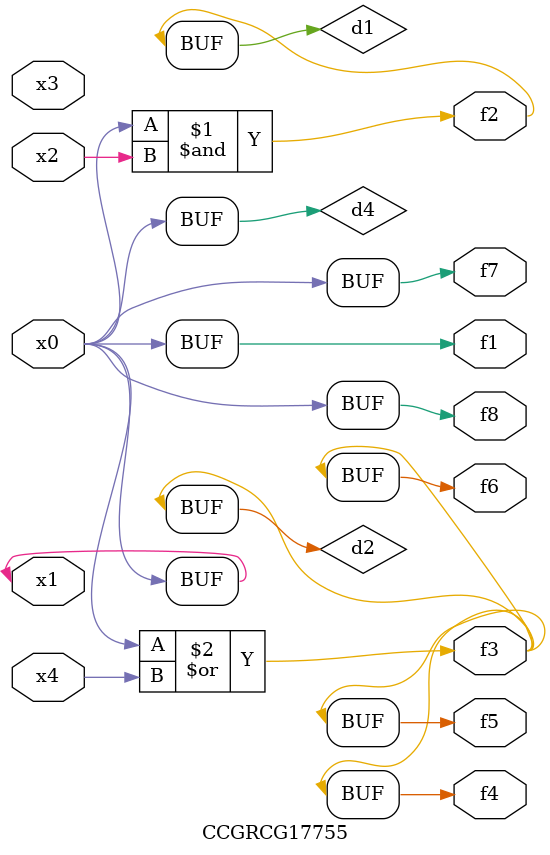
<source format=v>
module CCGRCG17755(
	input x0, x1, x2, x3, x4,
	output f1, f2, f3, f4, f5, f6, f7, f8
);

	wire d1, d2, d3, d4;

	and (d1, x0, x2);
	or (d2, x0, x4);
	nand (d3, x0, x2);
	buf (d4, x0, x1);
	assign f1 = d4;
	assign f2 = d1;
	assign f3 = d2;
	assign f4 = d2;
	assign f5 = d2;
	assign f6 = d2;
	assign f7 = d4;
	assign f8 = d4;
endmodule

</source>
